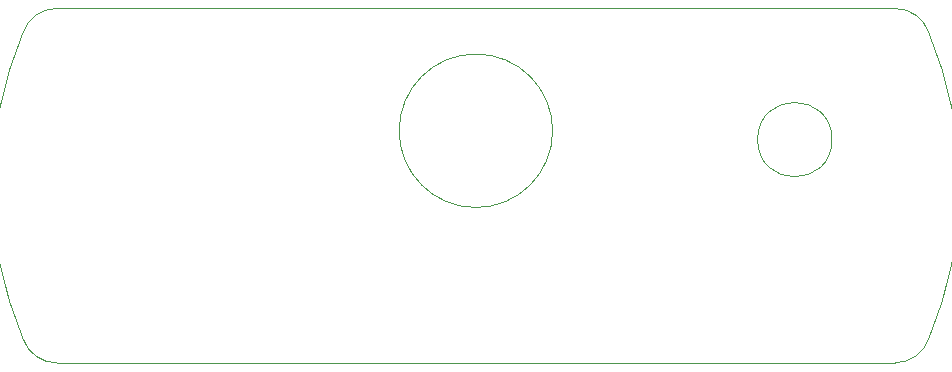
<source format=gbr>
%TF.GenerationSoftware,KiCad,Pcbnew,(5.1.6)-1*%
%TF.CreationDate,2020-08-21T17:19:32+02:00*%
%TF.ProjectId,rear_panel,72656172-5f70-4616-9e65-6c2e6b696361,rev?*%
%TF.SameCoordinates,Original*%
%TF.FileFunction,Profile,NP*%
%FSLAX46Y46*%
G04 Gerber Fmt 4.6, Leading zero omitted, Abs format (unit mm)*
G04 Created by KiCad (PCBNEW (5.1.6)-1) date 2020-08-21 17:19:32*
%MOMM*%
%LPD*%
G01*
G04 APERTURE LIST*
%TA.AperFunction,Profile*%
%ADD10C,0.050000*%
%TD*%
G04 APERTURE END LIST*
D10*
X167650000Y-111100000D02*
G75*
G03*
X167650000Y-111100000I-3150000J0D01*
G01*
X144000000Y-110350000D02*
G75*
G03*
X144000000Y-110350000I-6500000J0D01*
G01*
X99152666Y-102051264D02*
G75*
G03*
X99153372Y-127946947I30846755J-12947001D01*
G01*
X99153372Y-127946947D02*
G75*
G03*
X102000000Y-130000000I2846628J946947D01*
G01*
X99153372Y-102053053D02*
G75*
G02*
X102000000Y-100000000I2846628J-946947D01*
G01*
X175846755Y-102052999D02*
G75*
G02*
X175846049Y-127948682I-30846755J-12947001D01*
G01*
X175846628Y-102053053D02*
G75*
G03*
X173000000Y-100000000I-2846628J-946947D01*
G01*
X175846050Y-127948683D02*
G75*
G02*
X173000000Y-130000000I-2846050J948683D01*
G01*
X102000000Y-130000000D02*
X173000000Y-130000000D01*
X102000000Y-100000000D02*
X173000000Y-100000000D01*
M02*

</source>
